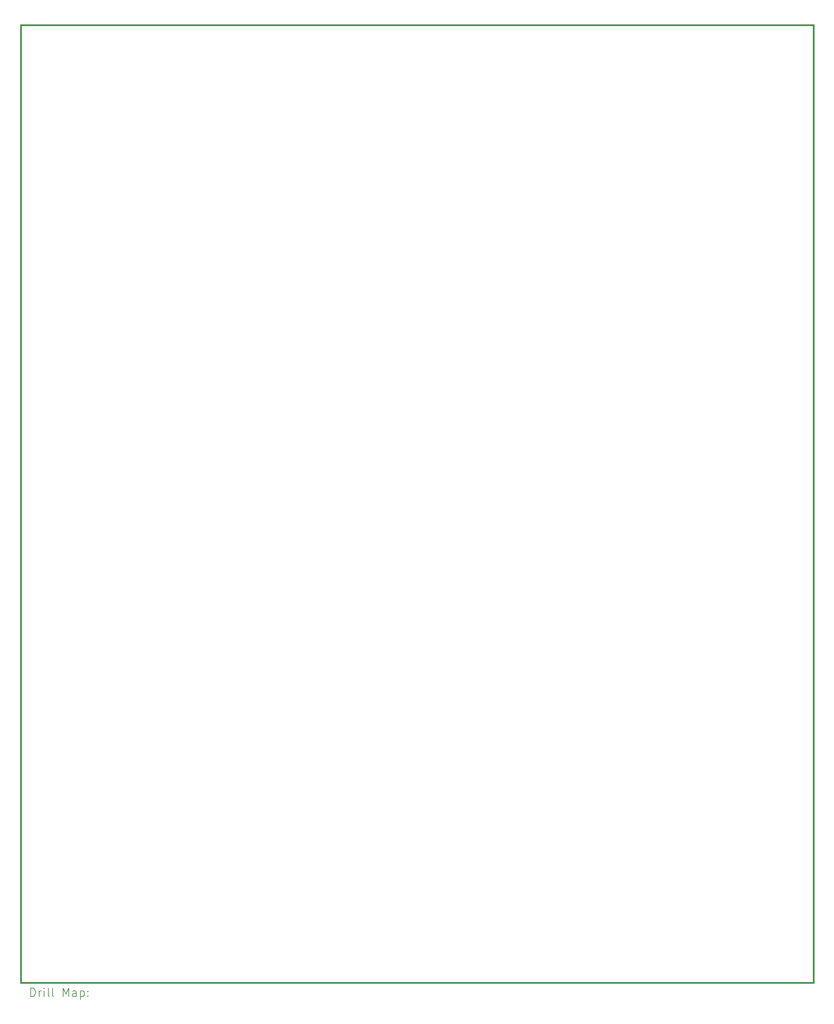
<source format=gbr>
%TF.GenerationSoftware,KiCad,Pcbnew,7.0.5*%
%TF.CreationDate,2024-01-07T16:28:20-06:00*%
%TF.ProjectId,S100-Backplane,53313030-2d42-4616-936b-706c616e652e,rev?*%
%TF.SameCoordinates,Original*%
%TF.FileFunction,Drillmap*%
%TF.FilePolarity,Positive*%
%FSLAX45Y45*%
G04 Gerber Fmt 4.5, Leading zero omitted, Abs format (unit mm)*
G04 Created by KiCad (PCBNEW 7.0.5) date 2024-01-07 16:28:20*
%MOMM*%
%LPD*%
G01*
G04 APERTURE LIST*
%ADD10C,0.381000*%
%ADD11C,0.200000*%
G04 APERTURE END LIST*
D10*
X31902400Y-30467300D02*
X31902400Y-7493000D01*
X12877800Y-30467300D02*
X31902400Y-30467300D01*
X12877800Y-7493000D02*
X12877800Y-30467300D01*
X31902400Y-7493000D02*
X12877800Y-7493000D01*
D11*
X13119527Y-30797834D02*
X13119527Y-30597834D01*
X13119527Y-30597834D02*
X13167146Y-30597834D01*
X13167146Y-30597834D02*
X13195717Y-30607358D01*
X13195717Y-30607358D02*
X13214765Y-30626405D01*
X13214765Y-30626405D02*
X13224289Y-30645453D01*
X13224289Y-30645453D02*
X13233812Y-30683548D01*
X13233812Y-30683548D02*
X13233812Y-30712119D01*
X13233812Y-30712119D02*
X13224289Y-30750215D01*
X13224289Y-30750215D02*
X13214765Y-30769262D01*
X13214765Y-30769262D02*
X13195717Y-30788310D01*
X13195717Y-30788310D02*
X13167146Y-30797834D01*
X13167146Y-30797834D02*
X13119527Y-30797834D01*
X13319527Y-30797834D02*
X13319527Y-30664500D01*
X13319527Y-30702596D02*
X13329051Y-30683548D01*
X13329051Y-30683548D02*
X13338574Y-30674024D01*
X13338574Y-30674024D02*
X13357622Y-30664500D01*
X13357622Y-30664500D02*
X13376670Y-30664500D01*
X13443336Y-30797834D02*
X13443336Y-30664500D01*
X13443336Y-30597834D02*
X13433812Y-30607358D01*
X13433812Y-30607358D02*
X13443336Y-30616881D01*
X13443336Y-30616881D02*
X13452860Y-30607358D01*
X13452860Y-30607358D02*
X13443336Y-30597834D01*
X13443336Y-30597834D02*
X13443336Y-30616881D01*
X13567146Y-30797834D02*
X13548098Y-30788310D01*
X13548098Y-30788310D02*
X13538574Y-30769262D01*
X13538574Y-30769262D02*
X13538574Y-30597834D01*
X13671908Y-30797834D02*
X13652860Y-30788310D01*
X13652860Y-30788310D02*
X13643336Y-30769262D01*
X13643336Y-30769262D02*
X13643336Y-30597834D01*
X13900479Y-30797834D02*
X13900479Y-30597834D01*
X13900479Y-30597834D02*
X13967146Y-30740691D01*
X13967146Y-30740691D02*
X14033812Y-30597834D01*
X14033812Y-30597834D02*
X14033812Y-30797834D01*
X14214765Y-30797834D02*
X14214765Y-30693072D01*
X14214765Y-30693072D02*
X14205241Y-30674024D01*
X14205241Y-30674024D02*
X14186193Y-30664500D01*
X14186193Y-30664500D02*
X14148098Y-30664500D01*
X14148098Y-30664500D02*
X14129051Y-30674024D01*
X14214765Y-30788310D02*
X14195717Y-30797834D01*
X14195717Y-30797834D02*
X14148098Y-30797834D01*
X14148098Y-30797834D02*
X14129051Y-30788310D01*
X14129051Y-30788310D02*
X14119527Y-30769262D01*
X14119527Y-30769262D02*
X14119527Y-30750215D01*
X14119527Y-30750215D02*
X14129051Y-30731167D01*
X14129051Y-30731167D02*
X14148098Y-30721643D01*
X14148098Y-30721643D02*
X14195717Y-30721643D01*
X14195717Y-30721643D02*
X14214765Y-30712119D01*
X14310003Y-30664500D02*
X14310003Y-30864500D01*
X14310003Y-30674024D02*
X14329051Y-30664500D01*
X14329051Y-30664500D02*
X14367146Y-30664500D01*
X14367146Y-30664500D02*
X14386193Y-30674024D01*
X14386193Y-30674024D02*
X14395717Y-30683548D01*
X14395717Y-30683548D02*
X14405241Y-30702596D01*
X14405241Y-30702596D02*
X14405241Y-30759738D01*
X14405241Y-30759738D02*
X14395717Y-30778786D01*
X14395717Y-30778786D02*
X14386193Y-30788310D01*
X14386193Y-30788310D02*
X14367146Y-30797834D01*
X14367146Y-30797834D02*
X14329051Y-30797834D01*
X14329051Y-30797834D02*
X14310003Y-30788310D01*
X14490955Y-30778786D02*
X14500479Y-30788310D01*
X14500479Y-30788310D02*
X14490955Y-30797834D01*
X14490955Y-30797834D02*
X14481432Y-30788310D01*
X14481432Y-30788310D02*
X14490955Y-30778786D01*
X14490955Y-30778786D02*
X14490955Y-30797834D01*
X14490955Y-30674024D02*
X14500479Y-30683548D01*
X14500479Y-30683548D02*
X14490955Y-30693072D01*
X14490955Y-30693072D02*
X14481432Y-30683548D01*
X14481432Y-30683548D02*
X14490955Y-30674024D01*
X14490955Y-30674024D02*
X14490955Y-30693072D01*
M02*

</source>
